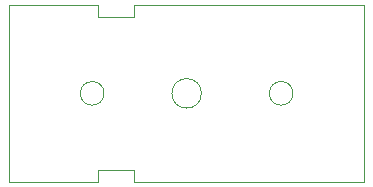
<source format=gbr>
%TF.GenerationSoftware,KiCad,Pcbnew,7.0.5*%
%TF.CreationDate,2024-03-05T22:02:34-06:00*%
%TF.ProjectId,GATE,47415445-2e6b-4696-9361-645f70636258,rev?*%
%TF.SameCoordinates,Original*%
%TF.FileFunction,Profile,NP*%
%FSLAX46Y46*%
G04 Gerber Fmt 4.6, Leading zero omitted, Abs format (unit mm)*
G04 Created by KiCad (PCBNEW 7.0.5) date 2024-03-05 22:02:34*
%MOMM*%
%LPD*%
G01*
G04 APERTURE LIST*
%TA.AperFunction,Profile*%
%ADD10C,0.100000*%
%TD*%
%TA.AperFunction,Profile*%
%ADD11C,0.050000*%
%TD*%
G04 APERTURE END LIST*
D10*
X147500000Y-81000000D02*
X150500000Y-81000000D01*
X150500000Y-80000000D01*
X170000000Y-80000000D01*
X170000000Y-95000000D01*
X150500000Y-95000000D01*
X150500000Y-94000000D01*
X147500000Y-94000000D01*
X147500000Y-95000000D01*
X140000000Y-95000000D01*
X140000000Y-80000000D01*
X147500000Y-80000000D01*
X147500000Y-81000000D01*
X156250000Y-87500000D02*
G75*
G03*
X156250000Y-87500000I-1250000J0D01*
G01*
D11*
%TO.C,J4*%
X148000000Y-87500000D02*
G75*
G03*
X148000000Y-87500000I-1000000J0D01*
G01*
%TO.C,J5*%
X164000000Y-87500000D02*
G75*
G03*
X164000000Y-87500000I-1000000J0D01*
G01*
%TD*%
M02*

</source>
